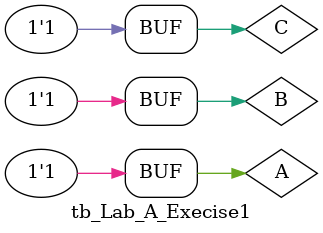
<source format=v>
`timescale 1ns / 1ps


module tb_Lab_A_Execise1;

	// Inputs
	reg A;
	reg B;
	reg C;

	// Outputs
	wire Y;

	// Instantiate the Unit Under Test (UUT)
	Lab_A_Exercise1 uut (
		.Y(Y), 
		.A(A), 
		.B(B), 
		.C(C)
	);

	initial begin
	
			A = 0;B = 0;C = 0;
		#5 A = 0;B = 0;C = 1;
		#5 A = 0;B = 1;C = 0;
		#5 A = 0;B = 1;C = 1;
		#5 A = 1;B = 0;C = 0;
		#5 A = 1;B = 0;C = 1;
		#5 A = 1;B = 1;C = 0;
		#5 A = 1;B = 1;C = 1;

	end
      
endmodule


</source>
